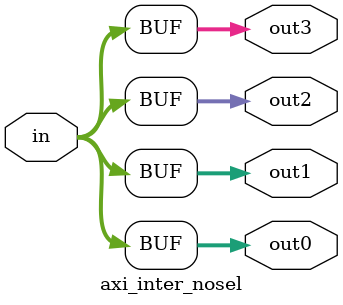
<source format=v>
module axi_inter_sel41 #(
    parameter N = 2
)(
    input wire [  1:0] sel,
    output reg [N-1:0] out,
    input wire [N-1:0] in0,
    input wire [N-1:0] in1,
    input wire [N-1:0] in2,
    input wire [N-1:0] in3
);
always @(*) begin
    case (sel)
        2'b00: out <= in0;
        2'b01: out <= in1;
        2'b10: out <= in2;
        2'b11: out <= in3;
    endcase
end
endmodule

module axi_inter_sel14 #(
    parameter N = 2
)(
    input wire [  1:0]  sel,
    input wire [N-1:0]   in,
    output reg [N-1:0] out0,
    output reg [N-1:0] out1,
    output reg [N-1:0] out2,
    output reg [N-1:0] out3
);
always @(*) begin
    out0 <= (sel == 2'b00)?(in):(0);
    out1 <= (sel == 2'b01)?(in):(0);
    out2 <= (sel == 2'b10)?(in):(0);
    out3 <= (sel == 2'b11)?(in):(0);
end
endmodule

module axi_inter_nosel #(
    parameter N = 2
)(
    input wire [N-1:0]   in,
    output reg [N-1:0] out0,
    output reg [N-1:0] out1,
    output reg [N-1:0] out2,
    output reg [N-1:0] out3
);
always @(*) begin
    out0 <= in;
    out1 <= in;
    out2 <= in;
    out3 <= in;
end
endmodule
</source>
